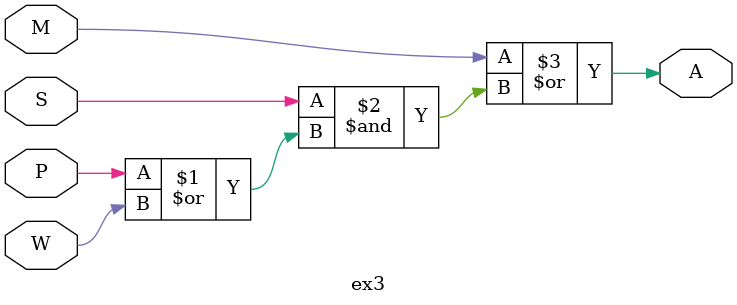
<source format=v>
module ex3 (P, W, M, S, A);

    input P, W, M, S;
    output A;

    assign A = M | S & (P | W);

endmodule
</source>
